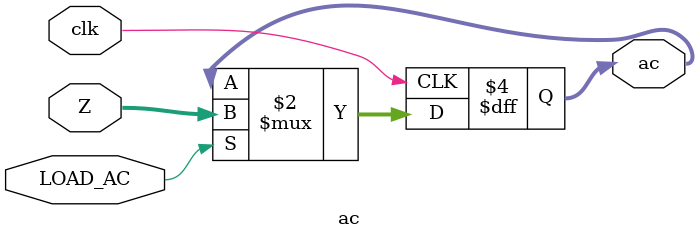
<source format=sv>

module ac(input logic signed [7:0] Z, input logic clk, input logic LOAD_AC, output logic signed [7:0] ac);
	
	always_ff@(posedge clk)
	
	if(LOAD_AC)
		ac <= Z;
		
endmodule 
</source>
